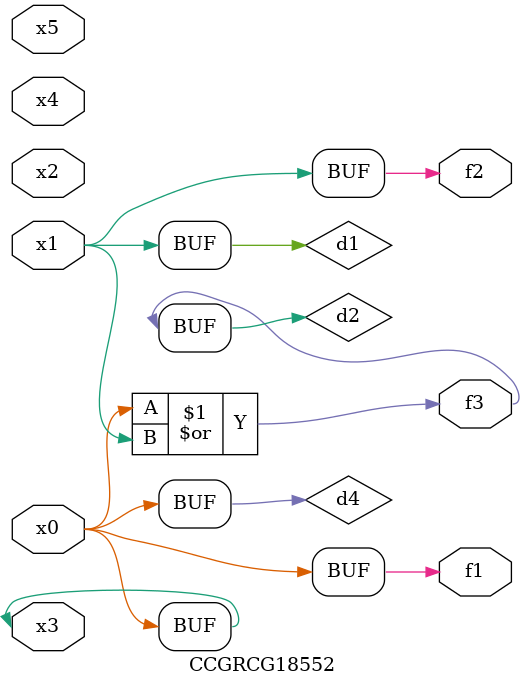
<source format=v>
module CCGRCG18552(
	input x0, x1, x2, x3, x4, x5,
	output f1, f2, f3
);

	wire d1, d2, d3, d4;

	and (d1, x1);
	or (d2, x0, x1);
	nand (d3, x0, x5);
	buf (d4, x0, x3);
	assign f1 = d4;
	assign f2 = d1;
	assign f3 = d2;
endmodule

</source>
